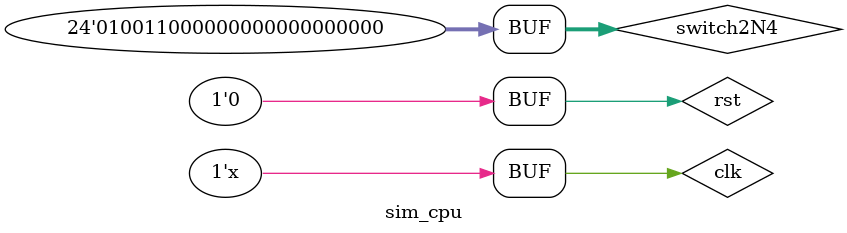
<source format=v>
`timescale 1ns/1ps

module sim_cpu ();
    reg clk = 1'b0;
    reg rst = 1'b1;
    reg[23:0] switch2N4 = 24'h4C0000;
    wire[23:0] led_out;
    
    cpu_top cpu (clk, rst, switch2N4, led_out);
    
    initial begin
        #7000 rst = 1'b0;
    end
    
    always #10 clk = ~clk;
endmodule
</source>
